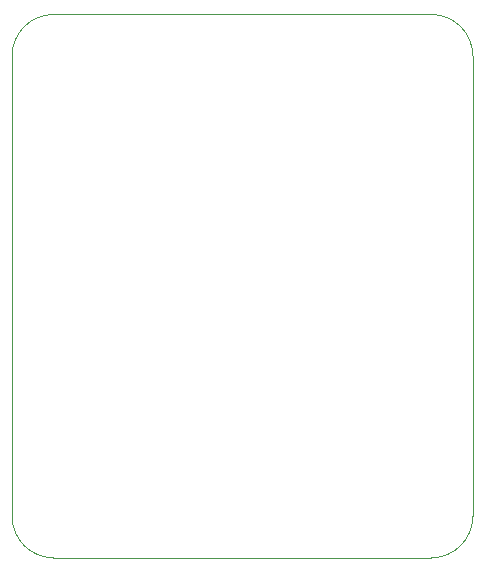
<source format=gbr>
%TF.GenerationSoftware,KiCad,Pcbnew,8.0.0*%
%TF.CreationDate,2024-04-21T21:54:23+01:00*%
%TF.ProjectId,Microll,4d696372-6f6c-46c2-9e6b-696361645f70,rev?*%
%TF.SameCoordinates,PX564eba0PY53724e0*%
%TF.FileFunction,Profile,NP*%
%FSLAX46Y46*%
G04 Gerber Fmt 4.6, Leading zero omitted, Abs format (unit mm)*
G04 Created by KiCad (PCBNEW 8.0.0) date 2024-04-21 21:54:23*
%MOMM*%
%LPD*%
G01*
G04 APERTURE LIST*
%TA.AperFunction,Profile*%
%ADD10C,0.100000*%
%TD*%
G04 APERTURE END LIST*
D10*
X0Y42500000D02*
X32000000Y42500000D01*
X32000000Y42500000D02*
G75*
G02*
X35500000Y39000000I0J-3500000D01*
G01*
X35500000Y0D02*
G75*
G02*
X32000000Y-3500000I-3500000J0D01*
G01*
X-3500000Y0D02*
X-3500000Y39000000D01*
X35500000Y39000000D02*
X35500000Y0D01*
X32000000Y-3500000D02*
X0Y-3500000D01*
X0Y-3500000D02*
G75*
G02*
X-3500000Y0I0J3500000D01*
G01*
X-3500000Y39000000D02*
G75*
G02*
X0Y42500000I3500000J0D01*
G01*
M02*

</source>
